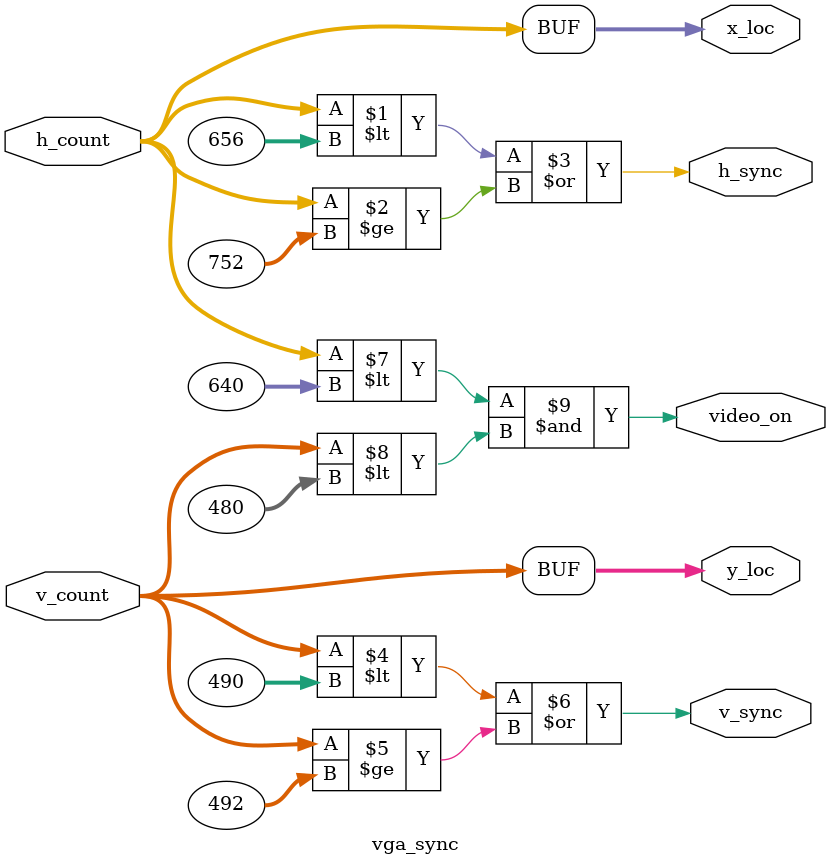
<source format=v>
`timescale 1ns / 1ps
module vga_sync (
input [9:0] h_count,
input [9:0] v_count,
output h_sync,
output v_sync,
output video_on, // active area
output [9:0] x_loc, // current pixel x- location
output [9:0] y_loc // current pixel y-location
);
// horizontal
localparam HD = 640;
localparam HF = 16;// Horizontal (Front Porch) Right Border
localparam HB = 48;// Horizontal (Back Porch) Left Border
localparam HR = 96;// Horizontal Retrace
// vertical
localparam VD = 480; // Vertical Display Area
localparam VF = 10;// Vertical (Front Porch) Bottom Border
localparam VB = 33;// Vertical (Back Porch)Top Border
localparam VR = 2;// Vertical Retrace
assign h_sync = (h_count < (HD+HF)) | (h_count >=
(HD+HF+HR));
assign v_sync = (v_count < (VD+VF) ) | (v_count >=
(VD+VF+VR) );
assign video_on = (h_count < HD) & (v_count < VD);
assign x_loc = h_count;
assign y_loc = v_count;
endmodule // vga_sync
</source>
